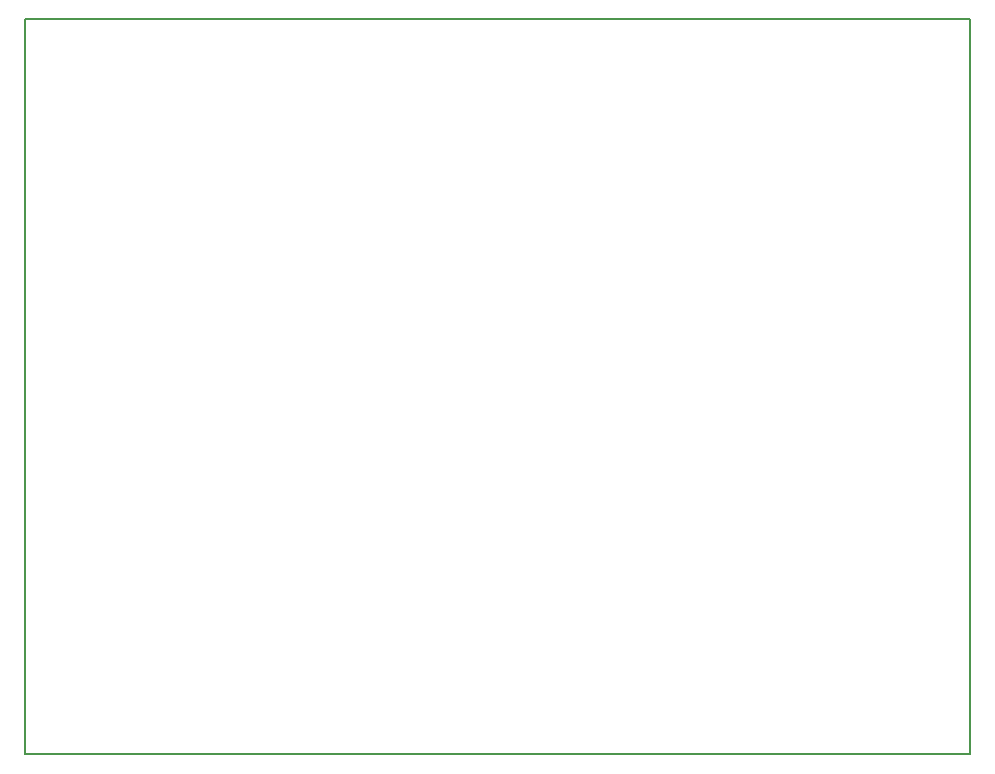
<source format=gbr>
%FSLAX34Y34*%
%MOMM*%
%LNOUTLINE*%
G71*
G01*
%ADD10C, 0.200*%
%LPD*%
G54D10*
X0Y1003300D02*
X800100Y1003300D01*
X800100Y381000D01*
X0Y381000D01*
X0Y1003300D01*
M02*

</source>
